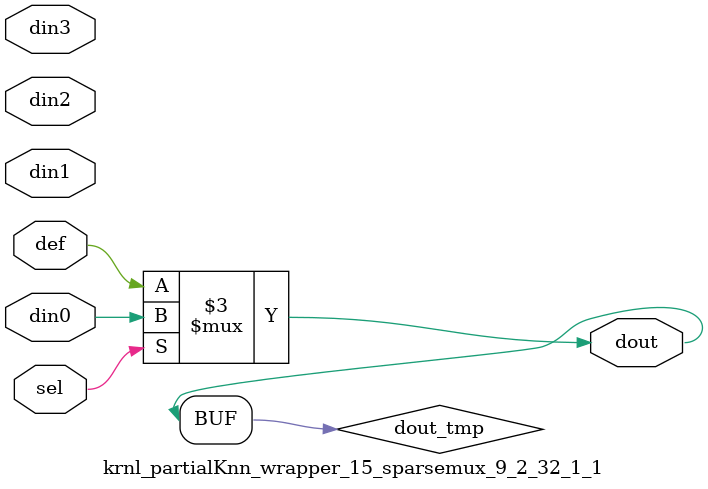
<source format=v>
`timescale 1 ns / 1 ps
module krnl_partialKnn_wrapper_15_sparsemux_9_2_32_1_1 (din0,din1,din2,din3,def,sel,dout);
parameter din0_WIDTH = 1;
parameter din1_WIDTH = 1;
parameter din2_WIDTH = 1;
parameter din3_WIDTH = 1;
parameter def_WIDTH = 1;
parameter sel_WIDTH = 1;
parameter dout_WIDTH = 1;
parameter [sel_WIDTH-1:0] CASE0 = 1;
parameter [sel_WIDTH-1:0] CASE1 = 1;
parameter [sel_WIDTH-1:0] CASE2 = 1;
parameter [sel_WIDTH-1:0] CASE3 = 1;
parameter ID = 1;
parameter NUM_STAGE = 1;
input [din0_WIDTH-1:0] din0;
input [din1_WIDTH-1:0] din1;
input [din2_WIDTH-1:0] din2;
input [din3_WIDTH-1:0] din3;
input [def_WIDTH-1:0] def;
input [sel_WIDTH-1:0] sel;
output [dout_WIDTH-1:0] dout;
reg [dout_WIDTH-1:0] dout_tmp;
always @ (*) begin
case (sel)
    
    CASE0 : dout_tmp = din0;
    
    CASE1 : dout_tmp = din1;
    
    CASE2 : dout_tmp = din2;
    
    CASE3 : dout_tmp = din3;
    
    default : dout_tmp = def;
endcase
end
assign dout = dout_tmp;
endmodule
</source>
